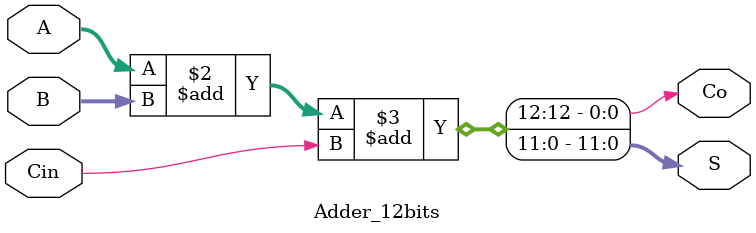
<source format=v>
`timescale 1ns / 1ps

module Adder_12bits(A, B, Cin, S, Co);
    
    input [11:0] A, B;
    input Cin;
    output reg [11:0] S;
    output reg Co;
    
    always @ (A or B or Cin) begin
        {Co, S} = A + B + Cin;
    end

endmodule


</source>
